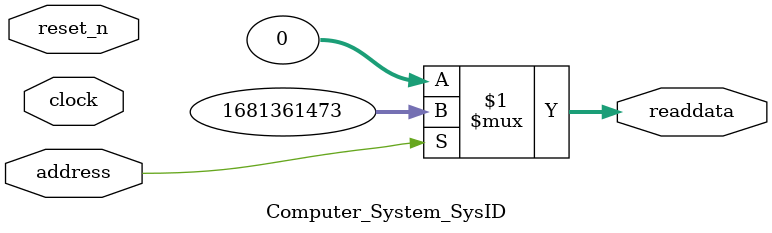
<source format=v>



// synthesis translate_off
`timescale 1ns / 1ps
// synthesis translate_on

// turn off superfluous verilog processor warnings 
// altera message_level Level1 
// altera message_off 10034 10035 10036 10037 10230 10240 10030 

module Computer_System_SysID (
               // inputs:
                address,
                clock,
                reset_n,

               // outputs:
                readdata
             )
;

  output  [ 31: 0] readdata;
  input            address;
  input            clock;
  input            reset_n;

  wire    [ 31: 0] readdata;
  //control_slave, which is an e_avalon_slave
  assign readdata = address ? 1681361473 : 0;

endmodule



</source>
